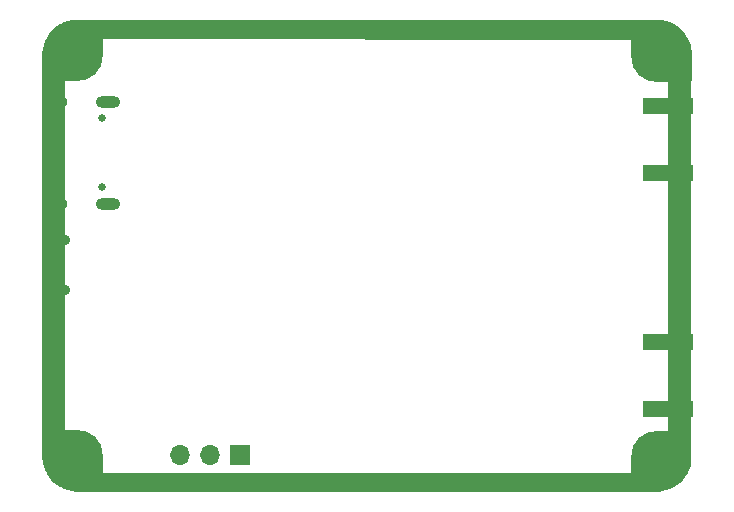
<source format=gbr>
%TF.GenerationSoftware,KiCad,Pcbnew,9.0.1*%
%TF.CreationDate,2025-07-03T23:17:29+02:00*%
%TF.ProjectId,Amon_Link,416d6f6e-5f4c-4696-9e6b-2e6b69636164,rev?*%
%TF.SameCoordinates,Original*%
%TF.FileFunction,Soldermask,Bot*%
%TF.FilePolarity,Negative*%
%FSLAX46Y46*%
G04 Gerber Fmt 4.6, Leading zero omitted, Abs format (unit mm)*
G04 Created by KiCad (PCBNEW 9.0.1) date 2025-07-03 23:17:29*
%MOMM*%
%LPD*%
G01*
G04 APERTURE LIST*
%ADD10C,0.900000*%
%ADD11O,1.600000X1.000000*%
%ADD12O,2.100000X1.000000*%
%ADD13C,0.650000*%
%ADD14C,0.700000*%
%ADD15C,4.400000*%
%ADD16R,1.700000X1.700000*%
%ADD17O,1.700000X1.700000*%
%ADD18R,4.200000X1.350000*%
G04 APERTURE END LIST*
D10*
%TO.C,S1*%
X128159001Y-93145001D03*
X128159001Y-97395001D03*
%TD*%
D11*
%TO.C,J1*%
X127599000Y-90090000D03*
D12*
X131779000Y-90090000D03*
D11*
X127599000Y-81450000D03*
D12*
X131779000Y-81450000D03*
D13*
X131279000Y-88660000D03*
X131279000Y-82880000D03*
%TD*%
D14*
%TO.C,H3*%
X176649999Y-111549999D03*
X177133273Y-110383273D03*
X177133273Y-112716725D03*
X178299999Y-109899999D03*
D15*
X178299999Y-111549999D03*
D14*
X178299999Y-113199999D03*
X179466725Y-110383273D03*
X179466725Y-112716725D03*
X179949999Y-111549999D03*
%TD*%
%TO.C,H4*%
X176649999Y-77549999D03*
X177133273Y-76383273D03*
X177133273Y-78716725D03*
X178299999Y-75899999D03*
D15*
X178299999Y-77549999D03*
D14*
X178299999Y-79199999D03*
X179466725Y-76383273D03*
X179466725Y-78716725D03*
X179949999Y-77549999D03*
%TD*%
%TO.C,H2*%
X127509000Y-77470000D03*
X127992274Y-76303274D03*
X127992274Y-78636726D03*
X129159000Y-75820000D03*
D15*
X129159000Y-77470000D03*
D14*
X129159000Y-79120000D03*
X130325726Y-76303274D03*
X130325726Y-78636726D03*
X130809000Y-77470000D03*
%TD*%
%TO.C,H1*%
X127509000Y-111470000D03*
X127992274Y-110303274D03*
X127992274Y-112636726D03*
X129159000Y-109820000D03*
D15*
X129159000Y-111470000D03*
D14*
X129159000Y-113120000D03*
X130325726Y-110303274D03*
X130325726Y-112636726D03*
X130809000Y-111470000D03*
%TD*%
D16*
%TO.C,J3*%
X143002000Y-111379000D03*
D17*
X140462000Y-111379000D03*
X137922000Y-111379000D03*
%TD*%
D18*
%TO.C,J4*%
X179200000Y-107475000D03*
X179200000Y-101825000D03*
%TD*%
%TO.C,J2*%
X179200000Y-87475000D03*
X179200000Y-81825000D03*
%TD*%
G36*
X131543039Y-74519685D02*
G01*
X131588794Y-74572489D01*
X131600000Y-74624000D01*
X131600000Y-76025859D01*
X131580315Y-76092898D01*
X131527511Y-76138653D01*
X131475861Y-76149859D01*
X131350000Y-76149717D01*
X131350000Y-77376000D01*
X131330315Y-77443039D01*
X131277511Y-77488794D01*
X131226000Y-77500000D01*
X129150000Y-77500000D01*
X129150000Y-77626000D01*
X129130315Y-77693039D01*
X129077511Y-77738794D01*
X129026000Y-77750000D01*
X126353000Y-77750000D01*
X126285961Y-77730315D01*
X126240206Y-77677511D01*
X126229000Y-77626000D01*
X126229000Y-77488882D01*
X126229012Y-77487144D01*
X126231274Y-77325743D01*
X126232042Y-77313597D01*
X126268277Y-76992007D01*
X126270606Y-76978299D01*
X126342426Y-76663633D01*
X126346275Y-76650270D01*
X126452879Y-76345613D01*
X126458201Y-76332766D01*
X126498059Y-76250000D01*
X128977000Y-76250000D01*
X130226000Y-76250000D01*
X130226000Y-75624000D01*
X128977000Y-75624000D01*
X128977000Y-76250000D01*
X126498059Y-76250000D01*
X126598239Y-76041974D01*
X126604965Y-76029804D01*
X126776685Y-75756513D01*
X126784732Y-75745172D01*
X126985971Y-75492826D01*
X126995237Y-75482458D01*
X127223458Y-75254237D01*
X127233826Y-75244971D01*
X127486172Y-75043732D01*
X127497513Y-75035685D01*
X127770804Y-74863965D01*
X127782974Y-74857239D01*
X128073766Y-74717201D01*
X128086613Y-74711879D01*
X128391270Y-74605275D01*
X128404633Y-74601426D01*
X128719299Y-74529606D01*
X128733007Y-74527277D01*
X128968175Y-74500780D01*
X128982059Y-74500000D01*
X131476000Y-74500000D01*
X131543039Y-74519685D01*
G37*
G36*
X129343039Y-74519685D02*
G01*
X129388794Y-74572489D01*
X129400000Y-74624000D01*
X129400000Y-77376000D01*
X129380315Y-77443039D01*
X129327511Y-77488794D01*
X129276000Y-77500000D01*
X129150000Y-77500000D01*
X129150000Y-79546000D01*
X129130315Y-79613039D01*
X129077511Y-79658794D01*
X129026000Y-79670000D01*
X128170000Y-79670000D01*
X128170000Y-79796000D01*
X128150315Y-79863039D01*
X128097511Y-79908794D01*
X128046000Y-79920000D01*
X126353000Y-79920000D01*
X126285961Y-79900315D01*
X126240206Y-79847511D01*
X126229000Y-79796000D01*
X126229000Y-78546000D01*
X127324000Y-78546000D01*
X127979000Y-78546000D01*
X127979000Y-77248000D01*
X127324000Y-77248000D01*
X127324000Y-78546000D01*
X126229000Y-78546000D01*
X126229000Y-77488882D01*
X126229012Y-77487144D01*
X126231274Y-77325743D01*
X126232042Y-77313597D01*
X126268277Y-76992007D01*
X126270606Y-76978299D01*
X126342426Y-76663633D01*
X126346275Y-76650270D01*
X126452879Y-76345613D01*
X126458201Y-76332766D01*
X126598239Y-76041974D01*
X126604965Y-76029804D01*
X126776685Y-75756513D01*
X126784732Y-75745172D01*
X126985971Y-75492826D01*
X126995237Y-75482458D01*
X127223458Y-75254237D01*
X127233826Y-75244971D01*
X127486172Y-75043732D01*
X127497513Y-75035685D01*
X127770804Y-74863965D01*
X127782974Y-74857239D01*
X128073766Y-74717201D01*
X128086613Y-74711879D01*
X128391270Y-74605275D01*
X128404633Y-74601426D01*
X128719299Y-74529606D01*
X128733007Y-74527277D01*
X128968175Y-74500780D01*
X128982059Y-74500000D01*
X129276000Y-74500000D01*
X129343039Y-74519685D01*
G37*
G36*
X178489825Y-74500780D02*
G01*
X178724992Y-74527277D01*
X178738700Y-74529606D01*
X179053366Y-74601426D01*
X179066729Y-74605275D01*
X179371386Y-74711879D01*
X179384233Y-74717201D01*
X179675025Y-74857239D01*
X179687195Y-74863965D01*
X179960486Y-75035685D01*
X179971827Y-75043732D01*
X180224173Y-75244971D01*
X180234541Y-75254237D01*
X180462762Y-75482458D01*
X180472028Y-75492826D01*
X180673267Y-75745172D01*
X180681314Y-75756513D01*
X180853034Y-76029804D01*
X180859760Y-76041974D01*
X180999798Y-76332766D01*
X181005120Y-76345613D01*
X181111724Y-76650270D01*
X181115573Y-76663633D01*
X181187393Y-76978299D01*
X181189722Y-76992006D01*
X181199220Y-77076294D01*
X181200000Y-77090179D01*
X181200000Y-77676000D01*
X181180315Y-77743039D01*
X181127511Y-77788794D01*
X181076000Y-77800000D01*
X178374000Y-77800000D01*
X178306961Y-77780315D01*
X178261206Y-77727511D01*
X178250000Y-77676000D01*
X178250000Y-77550000D01*
X176224000Y-77550000D01*
X176156961Y-77530315D01*
X176111206Y-77477511D01*
X176100000Y-77426000D01*
X176100000Y-76250000D01*
X178598000Y-76250000D01*
X179799364Y-76250000D01*
X179722358Y-76153438D01*
X179563559Y-75994639D01*
X179387957Y-75854601D01*
X179197789Y-75735111D01*
X178995433Y-75637661D01*
X178956391Y-75624000D01*
X178598000Y-75624000D01*
X178598000Y-76250000D01*
X176100000Y-76250000D01*
X176100000Y-76200281D01*
X175973860Y-76200139D01*
X175906842Y-76180378D01*
X175861147Y-76127523D01*
X175850000Y-76076139D01*
X175850000Y-74624000D01*
X175869685Y-74556961D01*
X175922489Y-74511206D01*
X175974000Y-74500000D01*
X178475941Y-74500000D01*
X178489825Y-74500780D01*
G37*
G36*
X176293039Y-74519685D02*
G01*
X176338794Y-74572489D01*
X176350000Y-74624000D01*
X176350000Y-76188071D01*
X176347617Y-76212264D01*
X176345617Y-76222318D01*
X176313231Y-76284228D01*
X176252515Y-76318802D01*
X176182746Y-76315061D01*
X176126074Y-76274194D01*
X176100493Y-76209176D01*
X176100100Y-76200382D01*
X176100000Y-76200282D01*
X131349999Y-76149718D01*
X131349130Y-76150585D01*
X131330315Y-76214664D01*
X131277511Y-76260419D01*
X131208353Y-76270363D01*
X131144797Y-76241338D01*
X131107023Y-76182560D01*
X131104369Y-76171749D01*
X131102369Y-76161665D01*
X131100000Y-76137541D01*
X131100000Y-74624000D01*
X131119685Y-74556961D01*
X131172489Y-74511206D01*
X131224000Y-74500000D01*
X176226000Y-74500000D01*
X176293039Y-74519685D01*
G37*
G36*
X131260974Y-112725130D02*
G01*
X131317740Y-112765866D01*
X131343472Y-112830825D01*
X131343991Y-112842162D01*
X131343991Y-112860001D01*
X131343990Y-112860001D01*
X176093991Y-112881871D01*
X176094874Y-112880989D01*
X176113676Y-112816960D01*
X176166480Y-112771205D01*
X176235638Y-112761261D01*
X176299194Y-112790286D01*
X176336968Y-112849064D01*
X176339614Y-112859839D01*
X176341614Y-112869907D01*
X176343991Y-112894067D01*
X176343991Y-114364000D01*
X176324306Y-114431039D01*
X176271502Y-114476794D01*
X176219991Y-114488000D01*
X131217485Y-114488000D01*
X131150446Y-114468315D01*
X131104691Y-114415511D01*
X131093485Y-114364287D01*
X131090029Y-112872788D01*
X131092356Y-112848591D01*
X131098318Y-112818252D01*
X131130560Y-112756266D01*
X131191196Y-112721552D01*
X131260974Y-112725130D01*
G37*
G36*
X129103039Y-111351839D02*
G01*
X129148794Y-111404643D01*
X129160000Y-111456154D01*
X129160000Y-111582154D01*
X131219991Y-111582154D01*
X131287030Y-111601839D01*
X131332785Y-111654643D01*
X131343991Y-111706154D01*
X131343991Y-112860000D01*
X131470051Y-112860062D01*
X131537081Y-112879779D01*
X131582810Y-112932605D01*
X131593991Y-112984062D01*
X131593991Y-114364000D01*
X131574306Y-114431039D01*
X131521502Y-114476794D01*
X131469991Y-114488000D01*
X129229860Y-114488000D01*
X129228185Y-114487989D01*
X129066769Y-114485809D01*
X129054560Y-114485040D01*
X128732992Y-114448808D01*
X128719284Y-114446479D01*
X128404609Y-114374657D01*
X128391246Y-114370808D01*
X128086583Y-114264202D01*
X128073736Y-114258880D01*
X127782932Y-114118836D01*
X127770762Y-114112110D01*
X127497463Y-113940385D01*
X127486122Y-113932338D01*
X127233768Y-113731093D01*
X127223400Y-113721827D01*
X126995172Y-113493599D01*
X126985906Y-113483231D01*
X126784661Y-113230877D01*
X126776614Y-113219536D01*
X126690291Y-113082154D01*
X128977000Y-113082154D01*
X130219991Y-113082154D01*
X130219991Y-112706154D01*
X128977000Y-112706154D01*
X128977000Y-113082154D01*
X126690291Y-113082154D01*
X126604889Y-112946237D01*
X126598163Y-112934067D01*
X126458119Y-112643263D01*
X126452797Y-112630416D01*
X126346191Y-112325753D01*
X126342342Y-112312390D01*
X126270520Y-111997715D01*
X126268191Y-111984007D01*
X126231959Y-111662439D01*
X126231190Y-111650229D01*
X126229011Y-111488813D01*
X126229000Y-111487139D01*
X126229000Y-111456154D01*
X126248685Y-111389115D01*
X126301489Y-111343360D01*
X126353000Y-111332154D01*
X129036000Y-111332154D01*
X129103039Y-111351839D01*
G37*
G36*
X181133039Y-111301839D02*
G01*
X181178794Y-111354643D01*
X181190000Y-111406154D01*
X181190000Y-111559030D01*
X181191157Y-111561149D01*
X181193991Y-111587507D01*
X181193991Y-111939927D01*
X181193211Y-111953814D01*
X181189808Y-111984010D01*
X181187479Y-111997715D01*
X181115657Y-112312390D01*
X181111808Y-112325753D01*
X181005202Y-112630416D01*
X180999880Y-112643263D01*
X180859836Y-112934067D01*
X180853110Y-112946237D01*
X180681385Y-113219536D01*
X180673338Y-113230877D01*
X180472093Y-113483231D01*
X180462827Y-113493599D01*
X180234599Y-113721827D01*
X180224231Y-113731093D01*
X179971877Y-113932338D01*
X179960536Y-113940385D01*
X179687237Y-114112110D01*
X179675067Y-114118836D01*
X179384263Y-114258880D01*
X179371416Y-114264202D01*
X179066753Y-114370808D01*
X179053390Y-114374657D01*
X178738715Y-114446479D01*
X178725007Y-114448808D01*
X178403439Y-114485040D01*
X178391230Y-114485809D01*
X178229815Y-114487989D01*
X178228140Y-114488000D01*
X175967991Y-114488000D01*
X175900952Y-114468315D01*
X175855197Y-114415511D01*
X175843991Y-114364000D01*
X175843991Y-113005809D01*
X175863676Y-112938770D01*
X175916480Y-112893015D01*
X175968053Y-112881809D01*
X176093990Y-112881871D01*
X176093991Y-112881871D01*
X176093991Y-111656154D01*
X176113676Y-111589115D01*
X176166480Y-111543360D01*
X176217991Y-111532154D01*
X178290000Y-111532154D01*
X178290000Y-111406154D01*
X178309685Y-111339115D01*
X178362489Y-111293360D01*
X178414000Y-111282154D01*
X181066000Y-111282154D01*
X181133039Y-111301839D01*
G37*
G36*
X181143039Y-79519685D02*
G01*
X181188794Y-79572489D01*
X181200000Y-79624000D01*
X181200000Y-79688638D01*
X181190000Y-79722693D01*
X181190000Y-109476000D01*
X181170315Y-109543039D01*
X181117511Y-109588794D01*
X181066000Y-109600000D01*
X179232211Y-109600000D01*
X179208021Y-109597618D01*
X179197966Y-109595618D01*
X179136054Y-109563233D01*
X179101480Y-109502517D01*
X179105219Y-109432748D01*
X179146085Y-109376076D01*
X179211103Y-109350494D01*
X179219899Y-109350100D01*
X179220000Y-109350000D01*
X179220000Y-79750000D01*
X179219103Y-79749103D01*
X179155117Y-79730315D01*
X179109362Y-79677511D01*
X179099418Y-79608353D01*
X179128443Y-79544797D01*
X179187221Y-79507023D01*
X179197966Y-79504382D01*
X179208021Y-79502382D01*
X179232211Y-79500000D01*
X181076000Y-79500000D01*
X181143039Y-79519685D01*
G37*
G36*
X178489825Y-74500780D02*
G01*
X178724992Y-74527277D01*
X178738700Y-74529606D01*
X179053366Y-74601426D01*
X179066729Y-74605275D01*
X179371386Y-74711879D01*
X179384233Y-74717201D01*
X179675025Y-74857239D01*
X179687195Y-74863965D01*
X179960486Y-75035685D01*
X179971827Y-75043732D01*
X180224173Y-75244971D01*
X180234541Y-75254237D01*
X180462762Y-75482458D01*
X180472028Y-75492826D01*
X180673267Y-75745172D01*
X180681314Y-75756513D01*
X180853034Y-76029804D01*
X180859760Y-76041974D01*
X180999798Y-76332766D01*
X181005120Y-76345613D01*
X181111724Y-76650270D01*
X181115573Y-76663633D01*
X181187393Y-76978299D01*
X181189722Y-76992006D01*
X181199220Y-77076294D01*
X181200000Y-77090179D01*
X181200000Y-79688638D01*
X181190000Y-79722693D01*
X181190000Y-79876000D01*
X181170315Y-79943039D01*
X181117511Y-79988794D01*
X181066000Y-80000000D01*
X179344000Y-80000000D01*
X179276961Y-79980315D01*
X179231206Y-79927511D01*
X179220000Y-79876000D01*
X179220000Y-79750000D01*
X178374000Y-79750000D01*
X178306961Y-79730315D01*
X178261206Y-79677511D01*
X178250000Y-79626000D01*
X178250000Y-78626000D01*
X179374000Y-78626000D01*
X179750000Y-78626000D01*
X179750000Y-77248000D01*
X179374000Y-77248000D01*
X179374000Y-78626000D01*
X178250000Y-78626000D01*
X178250000Y-77550000D01*
X178124000Y-77550000D01*
X178056961Y-77530315D01*
X178011206Y-77477511D01*
X178000000Y-77426000D01*
X178000000Y-74624000D01*
X178019685Y-74556961D01*
X178072489Y-74511206D01*
X178124000Y-74500000D01*
X178475941Y-74500000D01*
X178489825Y-74500780D01*
G37*
G36*
X181133039Y-109119685D02*
G01*
X181178794Y-109172489D01*
X181190000Y-109224000D01*
X181190000Y-111559030D01*
X181191157Y-111561149D01*
X181193991Y-111587507D01*
X181193991Y-111939927D01*
X181193211Y-111953814D01*
X181189808Y-111984010D01*
X181187479Y-111997715D01*
X181115657Y-112312390D01*
X181111808Y-112325753D01*
X181005202Y-112630416D01*
X180999880Y-112643263D01*
X180859836Y-112934067D01*
X180853110Y-112946237D01*
X180681385Y-113219536D01*
X180673338Y-113230877D01*
X180472093Y-113483231D01*
X180462827Y-113493599D01*
X180234599Y-113721827D01*
X180224231Y-113731093D01*
X179971877Y-113932338D01*
X179960536Y-113940385D01*
X179687237Y-114112110D01*
X179675067Y-114118836D01*
X179384263Y-114258880D01*
X179371416Y-114264202D01*
X179066753Y-114370808D01*
X179053390Y-114374657D01*
X178738715Y-114446479D01*
X178725007Y-114448808D01*
X178403439Y-114485040D01*
X178391230Y-114485809D01*
X178229815Y-114487989D01*
X178228140Y-114488000D01*
X178164000Y-114488000D01*
X178096961Y-114468315D01*
X178051206Y-114415511D01*
X178040000Y-114364000D01*
X178040000Y-111656154D01*
X178059685Y-111589115D01*
X178112489Y-111543360D01*
X178164000Y-111532154D01*
X178290000Y-111532154D01*
X178290000Y-109474000D01*
X178309685Y-109406961D01*
X178362489Y-109361206D01*
X178414000Y-109350000D01*
X179220000Y-109350000D01*
X179220000Y-109224000D01*
X179239685Y-109156961D01*
X179292489Y-109111206D01*
X179344000Y-109100000D01*
X181066000Y-109100000D01*
X181133039Y-109119685D01*
G37*
G36*
X128181979Y-79422382D02*
G01*
X128192034Y-79424382D01*
X128253946Y-79456767D01*
X128288520Y-79517483D01*
X128284781Y-79587252D01*
X128243915Y-79643924D01*
X128178897Y-79669506D01*
X128170100Y-79669899D01*
X128170000Y-79670000D01*
X128170000Y-109270000D01*
X128170896Y-109270896D01*
X128234883Y-109289685D01*
X128280638Y-109342489D01*
X128290582Y-109411647D01*
X128261557Y-109475203D01*
X128202779Y-109512977D01*
X128192034Y-109515618D01*
X128181979Y-109517618D01*
X128157789Y-109520000D01*
X126353000Y-109520000D01*
X126285961Y-109500315D01*
X126240206Y-109447511D01*
X126229000Y-109396000D01*
X126229000Y-79544000D01*
X126248685Y-79476961D01*
X126301489Y-79431206D01*
X126353000Y-79420000D01*
X128157789Y-79420000D01*
X128181979Y-79422382D01*
G37*
G36*
X129103039Y-111351839D02*
G01*
X129148794Y-111404643D01*
X129160000Y-111456154D01*
X129160000Y-111582154D01*
X131219991Y-111582154D01*
X131287030Y-111601839D01*
X131332785Y-111654643D01*
X131343991Y-111706154D01*
X131343991Y-112860000D01*
X131470051Y-112860062D01*
X131537081Y-112879779D01*
X131582810Y-112932605D01*
X131593991Y-112984062D01*
X131593991Y-114364000D01*
X131574306Y-114431039D01*
X131521502Y-114476794D01*
X131469991Y-114488000D01*
X129229860Y-114488000D01*
X129228185Y-114487989D01*
X129066769Y-114485809D01*
X129054560Y-114485040D01*
X128732992Y-114448808D01*
X128719284Y-114446479D01*
X128404609Y-114374657D01*
X128391246Y-114370808D01*
X128086583Y-114264202D01*
X128073736Y-114258880D01*
X127782932Y-114118836D01*
X127770762Y-114112110D01*
X127497463Y-113940385D01*
X127486122Y-113932338D01*
X127233768Y-113731093D01*
X127223400Y-113721827D01*
X126995172Y-113493599D01*
X126985906Y-113483231D01*
X126784661Y-113230877D01*
X126776614Y-113219536D01*
X126690291Y-113082154D01*
X128977000Y-113082154D01*
X130219991Y-113082154D01*
X130219991Y-112706154D01*
X128977000Y-112706154D01*
X128977000Y-113082154D01*
X126690291Y-113082154D01*
X126604889Y-112946237D01*
X126598163Y-112934067D01*
X126458119Y-112643263D01*
X126452797Y-112630416D01*
X126346191Y-112325753D01*
X126342342Y-112312390D01*
X126270520Y-111997715D01*
X126268191Y-111984007D01*
X126231959Y-111662439D01*
X126231190Y-111650229D01*
X126229011Y-111488813D01*
X126229000Y-111487139D01*
X126229000Y-111456154D01*
X126248685Y-111389115D01*
X126301489Y-111343360D01*
X126353000Y-111332154D01*
X129036000Y-111332154D01*
X129103039Y-111351839D01*
G37*
G36*
X128113039Y-109039685D02*
G01*
X128158794Y-109092489D01*
X128170000Y-109144000D01*
X128170000Y-109270000D01*
X129036000Y-109270000D01*
X129103039Y-109289685D01*
X129148794Y-109342489D01*
X129160000Y-109394000D01*
X129160000Y-111582154D01*
X129286000Y-111582154D01*
X129353039Y-111601839D01*
X129398794Y-111654643D01*
X129410000Y-111706154D01*
X129410000Y-114364000D01*
X129390315Y-114431039D01*
X129337511Y-114476794D01*
X129286000Y-114488000D01*
X129229860Y-114488000D01*
X129228185Y-114487989D01*
X129066769Y-114485809D01*
X129054560Y-114485040D01*
X128732992Y-114448808D01*
X128719284Y-114446479D01*
X128404609Y-114374657D01*
X128391246Y-114370808D01*
X128086583Y-114264202D01*
X128073736Y-114258880D01*
X127782932Y-114118836D01*
X127770762Y-114112110D01*
X127497463Y-113940385D01*
X127486122Y-113932338D01*
X127233768Y-113731093D01*
X127223400Y-113721827D01*
X126995172Y-113493599D01*
X126985906Y-113483231D01*
X126784661Y-113230877D01*
X126776614Y-113219536D01*
X126604889Y-112946237D01*
X126598163Y-112934067D01*
X126458119Y-112643263D01*
X126452797Y-112630416D01*
X126346191Y-112325753D01*
X126342342Y-112312390D01*
X126293519Y-112098479D01*
X127324000Y-112098479D01*
X127378586Y-112254479D01*
X127476031Y-112456824D01*
X127595533Y-112647012D01*
X127735570Y-112822613D01*
X127894384Y-112981427D01*
X127979000Y-113048905D01*
X127979000Y-111768000D01*
X127324000Y-111768000D01*
X127324000Y-112098479D01*
X126293519Y-112098479D01*
X126270520Y-111997715D01*
X126268191Y-111984007D01*
X126231959Y-111662439D01*
X126231190Y-111650229D01*
X126229011Y-111488813D01*
X126229000Y-111487139D01*
X126229000Y-109144000D01*
X126248685Y-109076961D01*
X126301489Y-109031206D01*
X126353000Y-109020000D01*
X128046000Y-109020000D01*
X128113039Y-109039685D01*
G37*
M02*

</source>
